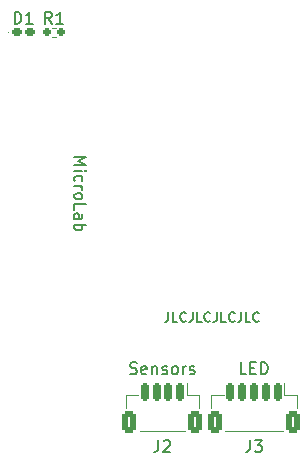
<source format=gto>
G04 #@! TF.GenerationSoftware,KiCad,Pcbnew,(6.0.7)*
G04 #@! TF.CreationDate,2022-10-21T23:47:13+08:00*
G04 #@! TF.ProjectId,pcb_front,7063625f-6672-46f6-9e74-2e6b69636164,rev?*
G04 #@! TF.SameCoordinates,Original*
G04 #@! TF.FileFunction,Legend,Top*
G04 #@! TF.FilePolarity,Positive*
%FSLAX46Y46*%
G04 Gerber Fmt 4.6, Leading zero omitted, Abs format (unit mm)*
G04 Created by KiCad (PCBNEW (6.0.7)) date 2022-10-21 23:47:13*
%MOMM*%
%LPD*%
G01*
G04 APERTURE LIST*
G04 Aperture macros list*
%AMRoundRect*
0 Rectangle with rounded corners*
0 $1 Rounding radius*
0 $2 $3 $4 $5 $6 $7 $8 $9 X,Y pos of 4 corners*
0 Add a 4 corners polygon primitive as box body*
4,1,4,$2,$3,$4,$5,$6,$7,$8,$9,$2,$3,0*
0 Add four circle primitives for the rounded corners*
1,1,$1+$1,$2,$3*
1,1,$1+$1,$4,$5*
1,1,$1+$1,$6,$7*
1,1,$1+$1,$8,$9*
0 Add four rect primitives between the rounded corners*
20,1,$1+$1,$2,$3,$4,$5,0*
20,1,$1+$1,$4,$5,$6,$7,0*
20,1,$1+$1,$6,$7,$8,$9,0*
20,1,$1+$1,$8,$9,$2,$3,0*%
G04 Aperture macros list end*
%ADD10C,0.150000*%
%ADD11C,0.120000*%
%ADD12C,0.100000*%
%ADD13C,3.200000*%
%ADD14RoundRect,0.160000X-0.197500X-0.160000X0.197500X-0.160000X0.197500X0.160000X-0.197500X0.160000X0*%
%ADD15RoundRect,0.150000X0.150000X0.625000X-0.150000X0.625000X-0.150000X-0.625000X0.150000X-0.625000X0*%
%ADD16RoundRect,0.250000X0.350000X0.650000X-0.350000X0.650000X-0.350000X-0.650000X0.350000X-0.650000X0*%
%ADD17RoundRect,0.160000X-0.222500X-0.160000X0.222500X-0.160000X0.222500X0.160000X-0.222500X0.160000X0*%
%ADD18R,1.350000X1.350000*%
%ADD19O,1.350000X1.350000*%
G04 APERTURE END LIST*
D10*
X18607142Y-27302380D02*
X18130952Y-27302380D01*
X18130952Y-26302380D01*
X18940476Y-26778571D02*
X19273809Y-26778571D01*
X19416666Y-27302380D02*
X18940476Y-27302380D01*
X18940476Y-26302380D01*
X19416666Y-26302380D01*
X19845238Y-27302380D02*
X19845238Y-26302380D01*
X20083333Y-26302380D01*
X20226190Y-26350000D01*
X20321428Y-26445238D01*
X20369047Y-26540476D01*
X20416666Y-26730952D01*
X20416666Y-26873809D01*
X20369047Y-27064285D01*
X20321428Y-27159523D01*
X20226190Y-27254761D01*
X20083333Y-27302380D01*
X19845238Y-27302380D01*
X4047619Y-8928571D02*
X5047619Y-8928571D01*
X4333333Y-9261904D01*
X5047619Y-9595238D01*
X4047619Y-9595238D01*
X4047619Y-10071428D02*
X4714285Y-10071428D01*
X5047619Y-10071428D02*
X5000000Y-10023809D01*
X4952380Y-10071428D01*
X5000000Y-10119047D01*
X5047619Y-10071428D01*
X4952380Y-10071428D01*
X4095238Y-10976190D02*
X4047619Y-10880952D01*
X4047619Y-10690476D01*
X4095238Y-10595238D01*
X4142857Y-10547619D01*
X4238095Y-10500000D01*
X4523809Y-10500000D01*
X4619047Y-10547619D01*
X4666666Y-10595238D01*
X4714285Y-10690476D01*
X4714285Y-10880952D01*
X4666666Y-10976190D01*
X4047619Y-11404761D02*
X4714285Y-11404761D01*
X4523809Y-11404761D02*
X4619047Y-11452380D01*
X4666666Y-11500000D01*
X4714285Y-11595238D01*
X4714285Y-11690476D01*
X4047619Y-12166666D02*
X4095238Y-12071428D01*
X4142857Y-12023809D01*
X4238095Y-11976190D01*
X4523809Y-11976190D01*
X4619047Y-12023809D01*
X4666666Y-12071428D01*
X4714285Y-12166666D01*
X4714285Y-12309523D01*
X4666666Y-12404761D01*
X4619047Y-12452380D01*
X4523809Y-12500000D01*
X4238095Y-12500000D01*
X4142857Y-12452380D01*
X4095238Y-12404761D01*
X4047619Y-12309523D01*
X4047619Y-12166666D01*
X4047619Y-13404761D02*
X4047619Y-12928571D01*
X5047619Y-12928571D01*
X4047619Y-14166666D02*
X4571428Y-14166666D01*
X4666666Y-14119047D01*
X4714285Y-14023809D01*
X4714285Y-13833333D01*
X4666666Y-13738095D01*
X4095238Y-14166666D02*
X4047619Y-14071428D01*
X4047619Y-13833333D01*
X4095238Y-13738095D01*
X4190476Y-13690476D01*
X4285714Y-13690476D01*
X4380952Y-13738095D01*
X4428571Y-13833333D01*
X4428571Y-14071428D01*
X4476190Y-14166666D01*
X4047619Y-14642857D02*
X5047619Y-14642857D01*
X4666666Y-14642857D02*
X4714285Y-14738095D01*
X4714285Y-14928571D01*
X4666666Y-15023809D01*
X4619047Y-15071428D01*
X4523809Y-15119047D01*
X4238095Y-15119047D01*
X4142857Y-15071428D01*
X4095238Y-15023809D01*
X4047619Y-14928571D01*
X4047619Y-14738095D01*
X4095238Y-14642857D01*
X12004761Y-22061904D02*
X12004761Y-22633333D01*
X11966666Y-22747619D01*
X11890476Y-22823809D01*
X11776190Y-22861904D01*
X11700000Y-22861904D01*
X12766666Y-22861904D02*
X12385714Y-22861904D01*
X12385714Y-22061904D01*
X13490476Y-22785714D02*
X13452380Y-22823809D01*
X13338095Y-22861904D01*
X13261904Y-22861904D01*
X13147619Y-22823809D01*
X13071428Y-22747619D01*
X13033333Y-22671428D01*
X12995238Y-22519047D01*
X12995238Y-22404761D01*
X13033333Y-22252380D01*
X13071428Y-22176190D01*
X13147619Y-22100000D01*
X13261904Y-22061904D01*
X13338095Y-22061904D01*
X13452380Y-22100000D01*
X13490476Y-22138095D01*
X14061904Y-22061904D02*
X14061904Y-22633333D01*
X14023809Y-22747619D01*
X13947619Y-22823809D01*
X13833333Y-22861904D01*
X13757142Y-22861904D01*
X14823809Y-22861904D02*
X14442857Y-22861904D01*
X14442857Y-22061904D01*
X15547619Y-22785714D02*
X15509523Y-22823809D01*
X15395238Y-22861904D01*
X15319047Y-22861904D01*
X15204761Y-22823809D01*
X15128571Y-22747619D01*
X15090476Y-22671428D01*
X15052380Y-22519047D01*
X15052380Y-22404761D01*
X15090476Y-22252380D01*
X15128571Y-22176190D01*
X15204761Y-22100000D01*
X15319047Y-22061904D01*
X15395238Y-22061904D01*
X15509523Y-22100000D01*
X15547619Y-22138095D01*
X16119047Y-22061904D02*
X16119047Y-22633333D01*
X16080952Y-22747619D01*
X16004761Y-22823809D01*
X15890476Y-22861904D01*
X15814285Y-22861904D01*
X16880952Y-22861904D02*
X16500000Y-22861904D01*
X16500000Y-22061904D01*
X17604761Y-22785714D02*
X17566666Y-22823809D01*
X17452380Y-22861904D01*
X17376190Y-22861904D01*
X17261904Y-22823809D01*
X17185714Y-22747619D01*
X17147619Y-22671428D01*
X17109523Y-22519047D01*
X17109523Y-22404761D01*
X17147619Y-22252380D01*
X17185714Y-22176190D01*
X17261904Y-22100000D01*
X17376190Y-22061904D01*
X17452380Y-22061904D01*
X17566666Y-22100000D01*
X17604761Y-22138095D01*
X18176190Y-22061904D02*
X18176190Y-22633333D01*
X18138095Y-22747619D01*
X18061904Y-22823809D01*
X17947619Y-22861904D01*
X17871428Y-22861904D01*
X18938095Y-22861904D02*
X18557142Y-22861904D01*
X18557142Y-22061904D01*
X19661904Y-22785714D02*
X19623809Y-22823809D01*
X19509523Y-22861904D01*
X19433333Y-22861904D01*
X19319047Y-22823809D01*
X19242857Y-22747619D01*
X19204761Y-22671428D01*
X19166666Y-22519047D01*
X19166666Y-22404761D01*
X19204761Y-22252380D01*
X19242857Y-22176190D01*
X19319047Y-22100000D01*
X19433333Y-22061904D01*
X19509523Y-22061904D01*
X19623809Y-22100000D01*
X19661904Y-22138095D01*
X8761904Y-27254761D02*
X8904761Y-27302380D01*
X9142857Y-27302380D01*
X9238095Y-27254761D01*
X9285714Y-27207142D01*
X9333333Y-27111904D01*
X9333333Y-27016666D01*
X9285714Y-26921428D01*
X9238095Y-26873809D01*
X9142857Y-26826190D01*
X8952380Y-26778571D01*
X8857142Y-26730952D01*
X8809523Y-26683333D01*
X8761904Y-26588095D01*
X8761904Y-26492857D01*
X8809523Y-26397619D01*
X8857142Y-26350000D01*
X8952380Y-26302380D01*
X9190476Y-26302380D01*
X9333333Y-26350000D01*
X10142857Y-27254761D02*
X10047619Y-27302380D01*
X9857142Y-27302380D01*
X9761904Y-27254761D01*
X9714285Y-27159523D01*
X9714285Y-26778571D01*
X9761904Y-26683333D01*
X9857142Y-26635714D01*
X10047619Y-26635714D01*
X10142857Y-26683333D01*
X10190476Y-26778571D01*
X10190476Y-26873809D01*
X9714285Y-26969047D01*
X10619047Y-26635714D02*
X10619047Y-27302380D01*
X10619047Y-26730952D02*
X10666666Y-26683333D01*
X10761904Y-26635714D01*
X10904761Y-26635714D01*
X11000000Y-26683333D01*
X11047619Y-26778571D01*
X11047619Y-27302380D01*
X11476190Y-27254761D02*
X11571428Y-27302380D01*
X11761904Y-27302380D01*
X11857142Y-27254761D01*
X11904761Y-27159523D01*
X11904761Y-27111904D01*
X11857142Y-27016666D01*
X11761904Y-26969047D01*
X11619047Y-26969047D01*
X11523809Y-26921428D01*
X11476190Y-26826190D01*
X11476190Y-26778571D01*
X11523809Y-26683333D01*
X11619047Y-26635714D01*
X11761904Y-26635714D01*
X11857142Y-26683333D01*
X12476190Y-27302380D02*
X12380952Y-27254761D01*
X12333333Y-27207142D01*
X12285714Y-27111904D01*
X12285714Y-26826190D01*
X12333333Y-26730952D01*
X12380952Y-26683333D01*
X12476190Y-26635714D01*
X12619047Y-26635714D01*
X12714285Y-26683333D01*
X12761904Y-26730952D01*
X12809523Y-26826190D01*
X12809523Y-27111904D01*
X12761904Y-27207142D01*
X12714285Y-27254761D01*
X12619047Y-27302380D01*
X12476190Y-27302380D01*
X13238095Y-27302380D02*
X13238095Y-26635714D01*
X13238095Y-26826190D02*
X13285714Y-26730952D01*
X13333333Y-26683333D01*
X13428571Y-26635714D01*
X13523809Y-26635714D01*
X13809523Y-27254761D02*
X13904761Y-27302380D01*
X14095238Y-27302380D01*
X14190476Y-27254761D01*
X14238095Y-27159523D01*
X14238095Y-27111904D01*
X14190476Y-27016666D01*
X14095238Y-26969047D01*
X13952380Y-26969047D01*
X13857142Y-26921428D01*
X13809523Y-26826190D01*
X13809523Y-26778571D01*
X13857142Y-26683333D01*
X13952380Y-26635714D01*
X14095238Y-26635714D01*
X14190476Y-26683333D01*
X2133333Y2367619D02*
X1800000Y2843809D01*
X1561904Y2367619D02*
X1561904Y3367619D01*
X1942857Y3367619D01*
X2038095Y3320000D01*
X2085714Y3272380D01*
X2133333Y3177142D01*
X2133333Y3034285D01*
X2085714Y2939047D01*
X2038095Y2891428D01*
X1942857Y2843809D01*
X1561904Y2843809D01*
X3085714Y2367619D02*
X2514285Y2367619D01*
X2800000Y2367619D02*
X2800000Y3367619D01*
X2704761Y3224761D01*
X2609523Y3129523D01*
X2514285Y3081904D01*
X11166666Y-32902380D02*
X11166666Y-33616666D01*
X11119047Y-33759523D01*
X11023809Y-33854761D01*
X10880952Y-33902380D01*
X10785714Y-33902380D01*
X11595238Y-32997619D02*
X11642857Y-32950000D01*
X11738095Y-32902380D01*
X11976190Y-32902380D01*
X12071428Y-32950000D01*
X12119047Y-32997619D01*
X12166666Y-33092857D01*
X12166666Y-33188095D01*
X12119047Y-33330952D01*
X11547619Y-33902380D01*
X12166666Y-33902380D01*
X-1010595Y2367619D02*
X-1010595Y3367619D01*
X-772500Y3367619D01*
X-629642Y3320000D01*
X-534404Y3224761D01*
X-486785Y3129523D01*
X-439166Y2939047D01*
X-439166Y2796190D01*
X-486785Y2605714D01*
X-534404Y2510476D01*
X-629642Y2415238D01*
X-772500Y2367619D01*
X-1010595Y2367619D01*
X513214Y2367619D02*
X-58214Y2367619D01*
X227499Y2367619D02*
X227499Y3367619D01*
X132261Y3224761D01*
X37023Y3129523D01*
X-58214Y3081904D01*
X18916666Y-32902380D02*
X18916666Y-33616666D01*
X18869047Y-33759523D01*
X18773809Y-33854761D01*
X18630952Y-33902380D01*
X18535714Y-33902380D01*
X19297619Y-32902380D02*
X19916666Y-32902380D01*
X19583333Y-33283333D01*
X19726190Y-33283333D01*
X19821428Y-33330952D01*
X19869047Y-33378571D01*
X19916666Y-33473809D01*
X19916666Y-33711904D01*
X19869047Y-33807142D01*
X19821428Y-33854761D01*
X19726190Y-33902380D01*
X19440476Y-33902380D01*
X19345238Y-33854761D01*
X19297619Y-33807142D01*
D11*
X2132379Y2030000D02*
X2467621Y2030000D01*
X2132379Y1270000D02*
X2467621Y1270000D01*
X8390000Y-30190000D02*
X8390000Y-29040000D01*
X13560000Y-29040000D02*
X13560000Y-28050000D01*
X8390000Y-29040000D02*
X9440000Y-29040000D01*
X13440000Y-32160000D02*
X9560000Y-32160000D01*
X14610000Y-29040000D02*
X13560000Y-29040000D01*
X14610000Y-30190000D02*
X14610000Y-29040000D01*
D12*
X-1487500Y1650000D02*
G75*
G03*
X-1487500Y1650000I-50000J0D01*
G01*
D11*
X15640000Y-30190000D02*
X15640000Y-29040000D01*
X21810000Y-29040000D02*
X21810000Y-28050000D01*
X22860000Y-30190000D02*
X22860000Y-29040000D01*
X22860000Y-29040000D02*
X21810000Y-29040000D01*
X21690000Y-32160000D02*
X16810000Y-32160000D01*
X15640000Y-29040000D02*
X16690000Y-29040000D01*
%LPC*%
D13*
X5750000Y-30614100D03*
D14*
X1702500Y1650000D03*
X2897500Y1650000D03*
D13*
X5750000Y250000D03*
D15*
X13000000Y-28825000D03*
X12000000Y-28825000D03*
X11000000Y-28825000D03*
X10000000Y-28825000D03*
D16*
X8700000Y-31350000D03*
X14300000Y-31350000D03*
D13*
X25500000Y-30614100D03*
D17*
X-845000Y1650000D03*
X300000Y1650000D03*
D15*
X21250000Y-28825000D03*
X20250000Y-28825000D03*
X19250000Y-28825000D03*
X18250000Y-28825000D03*
X17250000Y-28825000D03*
D16*
X15950000Y-31350000D03*
X22550000Y-31350000D03*
D18*
X2000000Y0D03*
D19*
X0Y0D03*
X2000000Y-2000000D03*
X0Y-2000000D03*
X2000000Y-4000000D03*
X0Y-4000000D03*
X2000000Y-6000000D03*
X0Y-6000000D03*
X2000000Y-8000000D03*
X0Y-8000000D03*
X2000000Y-10000000D03*
X0Y-10000000D03*
X2000000Y-12000000D03*
X0Y-12000000D03*
X2000000Y-14000000D03*
X0Y-14000000D03*
X2000000Y-16000000D03*
X0Y-16000000D03*
X2000000Y-18000000D03*
X0Y-18000000D03*
X2000000Y-20000000D03*
X0Y-20000000D03*
X2000000Y-22000000D03*
X0Y-22000000D03*
X2000000Y-24000000D03*
X0Y-24000000D03*
M02*

</source>
